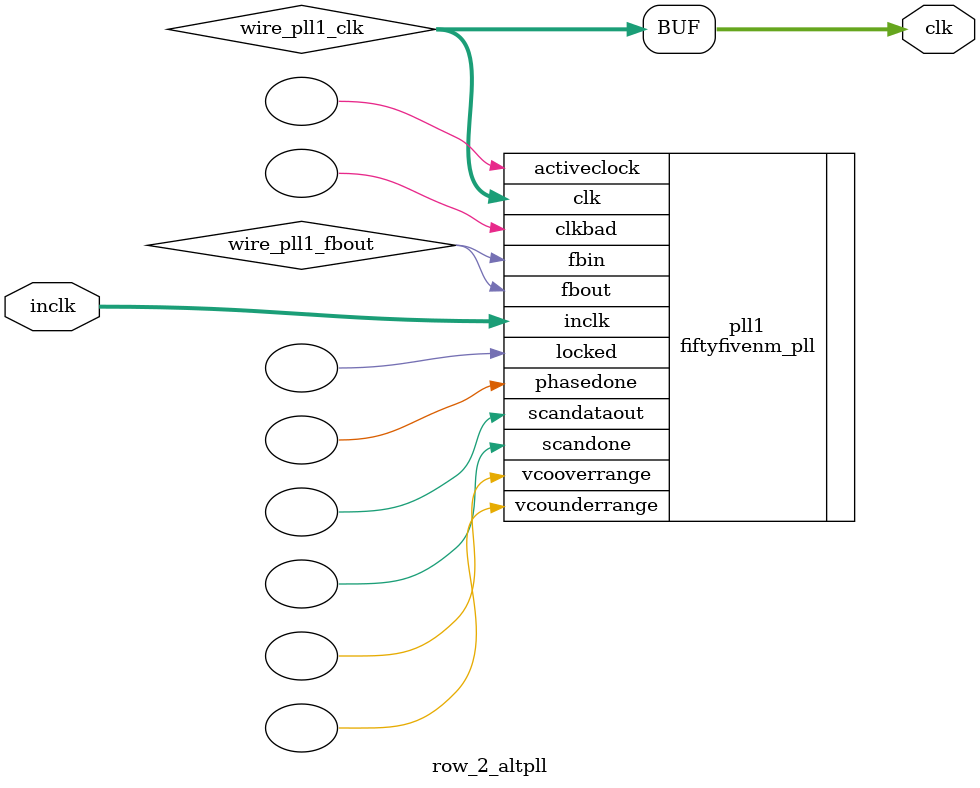
<source format=v>






//synthesis_resources = fiftyfivenm_pll 1 
//synopsys translate_off
`timescale 1 ps / 1 ps
//synopsys translate_on
module  row_2_altpll
	( 
	clk,
	inclk) /* synthesis synthesis_clearbox=1 */;
	output   [4:0]  clk;
	input   [1:0]  inclk;
`ifndef ALTERA_RESERVED_QIS
// synopsys translate_off
`endif
	tri0   [1:0]  inclk;
`ifndef ALTERA_RESERVED_QIS
// synopsys translate_on
`endif

	wire  [4:0]   wire_pll1_clk;
	wire  wire_pll1_fbout;

	fiftyfivenm_pll   pll1
	( 
	.activeclock(),
	.clk(wire_pll1_clk),
	.clkbad(),
	.fbin(wire_pll1_fbout),
	.fbout(wire_pll1_fbout),
	.inclk(inclk),
	.locked(),
	.phasedone(),
	.scandataout(),
	.scandone(),
	.vcooverrange(),
	.vcounderrange()
	`ifndef FORMAL_VERIFICATION
	// synopsys translate_off
	`endif
	,
	.areset(1'b0),
	.clkswitch(1'b0),
	.configupdate(1'b0),
	.pfdena(1'b1),
	.phasecounterselect({3{1'b0}}),
	.phasestep(1'b0),
	.phaseupdown(1'b0),
	.scanclk(1'b0),
	.scanclkena(1'b1),
	.scandata(1'b0)
	`ifndef FORMAL_VERIFICATION
	// synopsys translate_on
	`endif
	);
	defparam
		pll1.bandwidth_type = "auto",
		pll1.clk0_divide_by = 500000,
		pll1.clk0_duty_cycle = 50,
		pll1.clk0_multiply_by = 71,
		pll1.clk0_phase_shift = "0",
		pll1.compensate_clock = "clk0",
		pll1.inclk0_input_frequency = 83333,
		pll1.operation_mode = "normal",
		pll1.pll_type = "auto",
		pll1.lpm_type = "fiftyfivenm_pll";
	assign
		clk = {wire_pll1_clk[4:0]};
endmodule //row_2_altpll
//VALID FILE

</source>
